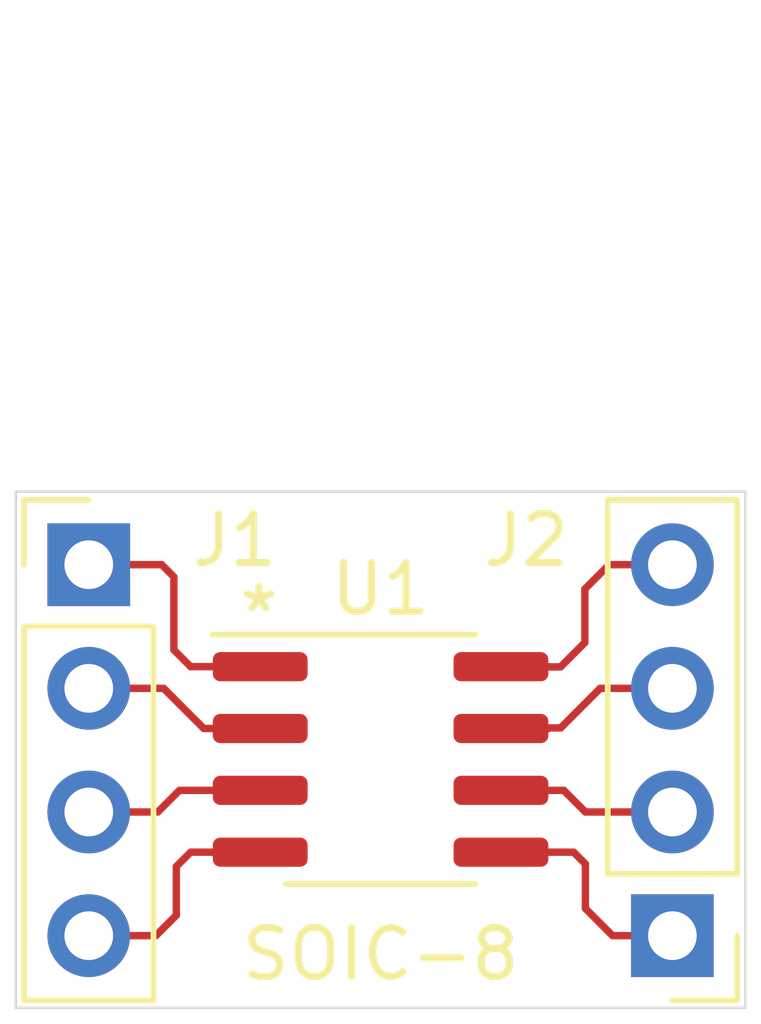
<source format=kicad_pcb>
(kicad_pcb (version 20171130) (host pcbnew "(5.1.5)-3")

  (general
    (thickness 1.6)
    (drawings 9)
    (tracks 36)
    (zones 0)
    (modules 3)
    (nets 9)
  )

  (page A4)
  (layers
    (0 F.Cu signal)
    (31 B.Cu signal)
    (32 B.Adhes user)
    (33 F.Adhes user)
    (34 B.Paste user)
    (35 F.Paste user)
    (36 B.SilkS user)
    (37 F.SilkS user)
    (38 B.Mask user)
    (39 F.Mask user)
    (40 Dwgs.User user)
    (41 Cmts.User user)
    (42 Eco1.User user)
    (43 Eco2.User user)
    (44 Edge.Cuts user)
    (45 Margin user)
    (46 B.CrtYd user)
    (47 F.CrtYd user)
    (48 B.Fab user)
    (49 F.Fab user hide)
  )

  (setup
    (last_trace_width 0.1524)
    (trace_clearance 0.1524)
    (zone_clearance 0.508)
    (zone_45_only no)
    (trace_min 0.1524)
    (via_size 0.6)
    (via_drill 0.3)
    (via_min_size 0.6)
    (via_min_drill 0.3)
    (uvia_size 0.3)
    (uvia_drill 0.1)
    (uvias_allowed no)
    (uvia_min_size 0.2)
    (uvia_min_drill 0.1)
    (edge_width 0.05)
    (segment_width 0.2)
    (pcb_text_width 0.3)
    (pcb_text_size 1.5 1.5)
    (mod_edge_width 0.12)
    (mod_text_size 1 1)
    (mod_text_width 0.15)
    (pad_size 1.524 1.524)
    (pad_drill 0.762)
    (pad_to_mask_clearance 0.051)
    (solder_mask_min_width 0.25)
    (aux_axis_origin 0 0)
    (visible_elements 7FFDFFFF)
    (pcbplotparams
      (layerselection 0x010f0_ffffffff)
      (usegerberextensions true)
      (usegerberattributes false)
      (usegerberadvancedattributes false)
      (creategerberjobfile false)
      (excludeedgelayer true)
      (linewidth 0.100000)
      (plotframeref false)
      (viasonmask false)
      (mode 1)
      (useauxorigin true)
      (hpglpennumber 1)
      (hpglpenspeed 20)
      (hpglpendiameter 15.000000)
      (psnegative false)
      (psa4output false)
      (plotreference true)
      (plotvalue false)
      (plotinvisibletext false)
      (padsonsilk false)
      (subtractmaskfromsilk false)
      (outputformat 1)
      (mirror false)
      (drillshape 0)
      (scaleselection 1)
      (outputdirectory "p8/"))
  )

  (net 0 "")
  (net 1 /8-4)
  (net 2 /8-3)
  (net 3 /8-2)
  (net 4 /8-1)
  (net 5 /8-8)
  (net 6 /8-7)
  (net 7 /8-6)
  (net 8 /8-5)

  (net_class Default "This is the default net class."
    (clearance 0.1524)
    (trace_width 0.1524)
    (via_dia 0.6)
    (via_drill 0.3)
    (uvia_dia 0.3)
    (uvia_drill 0.1)
    (add_net /8-1)
    (add_net /8-2)
    (add_net /8-3)
    (add_net /8-4)
    (add_net /8-5)
    (add_net /8-6)
    (add_net /8-7)
    (add_net /8-8)
  )

  (module Package_SO:SOIC-8_3.9x4.9mm_P1.27mm (layer F.Cu) (tedit 5D9F72B1) (tstamp 5F2A6852)
    (at 91.3 78.7)
    (descr "SOIC, 8 Pin (JEDEC MS-012AA, https://www.analog.com/media/en/package-pcb-resources/package/pkg_pdf/soic_narrow-r/r_8.pdf), generated with kicad-footprint-generator ipc_gullwing_generator.py")
    (tags "SOIC SO")
    (path /5F2DABDD)
    (attr smd)
    (fp_text reference U1 (at 0 -3.5) (layer F.SilkS)
      (effects (font (size 1 1) (thickness 0.15)))
    )
    (fp_text value SOIC-8 (at 0 3.4) (layer F.Fab)
      (effects (font (size 1 1) (thickness 0.15)))
    )
    (fp_text user %R (at 0 0) (layer F.Fab)
      (effects (font (size 0.98 0.98) (thickness 0.15)))
    )
    (fp_line (start 3.7 -2.7) (end -3.7 -2.7) (layer F.CrtYd) (width 0.05))
    (fp_line (start 3.7 2.7) (end 3.7 -2.7) (layer F.CrtYd) (width 0.05))
    (fp_line (start -3.7 2.7) (end 3.7 2.7) (layer F.CrtYd) (width 0.05))
    (fp_line (start -3.7 -2.7) (end -3.7 2.7) (layer F.CrtYd) (width 0.05))
    (fp_line (start -1.95 -1.475) (end -0.975 -2.45) (layer F.Fab) (width 0.1))
    (fp_line (start -1.95 2.45) (end -1.95 -1.475) (layer F.Fab) (width 0.1))
    (fp_line (start 1.95 2.45) (end -1.95 2.45) (layer F.Fab) (width 0.1))
    (fp_line (start 1.95 -2.45) (end 1.95 2.45) (layer F.Fab) (width 0.1))
    (fp_line (start -0.975 -2.45) (end 1.95 -2.45) (layer F.Fab) (width 0.1))
    (fp_line (start 0 -2.56) (end -3.45 -2.56) (layer F.SilkS) (width 0.12))
    (fp_line (start 0 -2.56) (end 1.95 -2.56) (layer F.SilkS) (width 0.12))
    (fp_line (start 0 2.56) (end -1.95 2.56) (layer F.SilkS) (width 0.12))
    (fp_line (start 0 2.56) (end 1.95 2.56) (layer F.SilkS) (width 0.12))
    (pad 8 smd roundrect (at 2.475 -1.905) (size 1.95 0.6) (layers F.Cu F.Paste F.Mask) (roundrect_rratio 0.25)
      (net 5 /8-8))
    (pad 7 smd roundrect (at 2.475 -0.635) (size 1.95 0.6) (layers F.Cu F.Paste F.Mask) (roundrect_rratio 0.25)
      (net 6 /8-7))
    (pad 6 smd roundrect (at 2.475 0.635) (size 1.95 0.6) (layers F.Cu F.Paste F.Mask) (roundrect_rratio 0.25)
      (net 7 /8-6))
    (pad 5 smd roundrect (at 2.475 1.905) (size 1.95 0.6) (layers F.Cu F.Paste F.Mask) (roundrect_rratio 0.25)
      (net 8 /8-5))
    (pad 4 smd roundrect (at -2.475 1.905) (size 1.95 0.6) (layers F.Cu F.Paste F.Mask) (roundrect_rratio 0.25)
      (net 1 /8-4))
    (pad 3 smd roundrect (at -2.475 0.635) (size 1.95 0.6) (layers F.Cu F.Paste F.Mask) (roundrect_rratio 0.25)
      (net 2 /8-3))
    (pad 2 smd roundrect (at -2.475 -0.635) (size 1.95 0.6) (layers F.Cu F.Paste F.Mask) (roundrect_rratio 0.25)
      (net 3 /8-2))
    (pad 1 smd roundrect (at -2.475 -1.905) (size 1.95 0.6) (layers F.Cu F.Paste F.Mask) (roundrect_rratio 0.25)
      (net 4 /8-1))
    (model ${KISYS3DMOD}/Package_SO.3dshapes/SOIC-8_3.9x4.9mm_P1.27mm.wrl
      (at (xyz 0 0 0))
      (scale (xyz 1 1 1))
      (rotate (xyz 0 0 0))
    )
  )

  (module Connector_PinHeader_2.54mm:PinHeader_1x04_P2.54mm_Vertical (layer F.Cu) (tedit 59FED5CC) (tstamp 5F2A6CC2)
    (at 85.3 74.7)
    (descr "Through hole straight pin header, 1x04, 2.54mm pitch, single row")
    (tags "Through hole pin header THT 1x04 2.54mm single row")
    (path /5F2DC074)
    (fp_text reference J1 (at 3 -0.5) (layer F.SilkS)
      (effects (font (size 1 1) (thickness 0.15)))
    )
    (fp_text value SOIC-8-Left (at 0 9.95) (layer F.Fab)
      (effects (font (size 1 1) (thickness 0.15)))
    )
    (fp_text user %R (at 0 3.81 90) (layer F.Fab)
      (effects (font (size 1 1) (thickness 0.15)))
    )
    (fp_line (start 1.8 -1.8) (end -1.8 -1.8) (layer F.CrtYd) (width 0.05))
    (fp_line (start 1.8 9.4) (end 1.8 -1.8) (layer F.CrtYd) (width 0.05))
    (fp_line (start -1.8 9.4) (end 1.8 9.4) (layer F.CrtYd) (width 0.05))
    (fp_line (start -1.8 -1.8) (end -1.8 9.4) (layer F.CrtYd) (width 0.05))
    (fp_line (start -1.33 -1.33) (end 0 -1.33) (layer F.SilkS) (width 0.12))
    (fp_line (start -1.33 0) (end -1.33 -1.33) (layer F.SilkS) (width 0.12))
    (fp_line (start -1.33 1.27) (end 1.33 1.27) (layer F.SilkS) (width 0.12))
    (fp_line (start 1.33 1.27) (end 1.33 8.95) (layer F.SilkS) (width 0.12))
    (fp_line (start -1.33 1.27) (end -1.33 8.95) (layer F.SilkS) (width 0.12))
    (fp_line (start -1.33 8.95) (end 1.33 8.95) (layer F.SilkS) (width 0.12))
    (fp_line (start -1.27 -0.635) (end -0.635 -1.27) (layer F.Fab) (width 0.1))
    (fp_line (start -1.27 8.89) (end -1.27 -0.635) (layer F.Fab) (width 0.1))
    (fp_line (start 1.27 8.89) (end -1.27 8.89) (layer F.Fab) (width 0.1))
    (fp_line (start 1.27 -1.27) (end 1.27 8.89) (layer F.Fab) (width 0.1))
    (fp_line (start -0.635 -1.27) (end 1.27 -1.27) (layer F.Fab) (width 0.1))
    (pad 4 thru_hole oval (at 0 7.62) (size 1.7 1.7) (drill 1) (layers *.Cu *.Mask)
      (net 1 /8-4))
    (pad 3 thru_hole oval (at 0 5.08) (size 1.7 1.7) (drill 1) (layers *.Cu *.Mask)
      (net 2 /8-3))
    (pad 2 thru_hole oval (at 0 2.54) (size 1.7 1.7) (drill 1) (layers *.Cu *.Mask)
      (net 3 /8-2))
    (pad 1 thru_hole rect (at 0 0) (size 1.7 1.7) (drill 1) (layers *.Cu *.Mask)
      (net 4 /8-1))
    (model ${KISYS3DMOD}/Connector_PinHeader_2.54mm.3dshapes/PinHeader_1x04_P2.54mm_Vertical.wrl
      (at (xyz 0 0 0))
      (scale (xyz 1 1 1))
      (rotate (xyz 0 0 0))
    )
  )

  (module Connector_PinHeader_2.54mm:PinHeader_1x04_P2.54mm_Vertical (layer F.Cu) (tedit 59FED5CC) (tstamp 5F2A6838)
    (at 97.3 82.32 180)
    (descr "Through hole straight pin header, 1x04, 2.54mm pitch, single row")
    (tags "Through hole pin header THT 1x04 2.54mm single row")
    (path /5F2E04E4)
    (fp_text reference J2 (at 3 8.12) (layer F.SilkS)
      (effects (font (size 1 1) (thickness 0.15)))
    )
    (fp_text value SOIC-8-Right (at 0 9.95) (layer F.Fab)
      (effects (font (size 1 1) (thickness 0.15)))
    )
    (fp_text user %R (at 0 3.81 90) (layer F.Fab)
      (effects (font (size 1 1) (thickness 0.15)))
    )
    (fp_line (start 1.8 -1.8) (end -1.8 -1.8) (layer F.CrtYd) (width 0.05))
    (fp_line (start 1.8 9.4) (end 1.8 -1.8) (layer F.CrtYd) (width 0.05))
    (fp_line (start -1.8 9.4) (end 1.8 9.4) (layer F.CrtYd) (width 0.05))
    (fp_line (start -1.8 -1.8) (end -1.8 9.4) (layer F.CrtYd) (width 0.05))
    (fp_line (start -1.33 -1.33) (end 0 -1.33) (layer F.SilkS) (width 0.12))
    (fp_line (start -1.33 0) (end -1.33 -1.33) (layer F.SilkS) (width 0.12))
    (fp_line (start -1.33 1.27) (end 1.33 1.27) (layer F.SilkS) (width 0.12))
    (fp_line (start 1.33 1.27) (end 1.33 8.95) (layer F.SilkS) (width 0.12))
    (fp_line (start -1.33 1.27) (end -1.33 8.95) (layer F.SilkS) (width 0.12))
    (fp_line (start -1.33 8.95) (end 1.33 8.95) (layer F.SilkS) (width 0.12))
    (fp_line (start -1.27 -0.635) (end -0.635 -1.27) (layer F.Fab) (width 0.1))
    (fp_line (start -1.27 8.89) (end -1.27 -0.635) (layer F.Fab) (width 0.1))
    (fp_line (start 1.27 8.89) (end -1.27 8.89) (layer F.Fab) (width 0.1))
    (fp_line (start 1.27 -1.27) (end 1.27 8.89) (layer F.Fab) (width 0.1))
    (fp_line (start -0.635 -1.27) (end 1.27 -1.27) (layer F.Fab) (width 0.1))
    (pad 4 thru_hole oval (at 0 7.62 180) (size 1.7 1.7) (drill 1) (layers *.Cu *.Mask)
      (net 5 /8-8))
    (pad 3 thru_hole oval (at 0 5.08 180) (size 1.7 1.7) (drill 1) (layers *.Cu *.Mask)
      (net 6 /8-7))
    (pad 2 thru_hole oval (at 0 2.54 180) (size 1.7 1.7) (drill 1) (layers *.Cu *.Mask)
      (net 7 /8-6))
    (pad 1 thru_hole rect (at 0 0 180) (size 1.7 1.7) (drill 1) (layers *.Cu *.Mask)
      (net 8 /8-5))
    (model ${KISYS3DMOD}/Connector_PinHeader_2.54mm.3dshapes/PinHeader_1x04_P2.54mm_Vertical.wrl
      (at (xyz 0 0 0))
      (scale (xyz 1 1 1))
      (rotate (xyz 0 0 0))
    )
  )

  (gr_text SOIC-8 (at 91.3 82.7) (layer F.SilkS)
    (effects (font (size 1 1) (thickness 0.15)))
  )
  (dimension 15 (width 0.15) (layer Eco1.User)
    (gr_text "15.000 mm" (at 91.3 63.8) (layer Eco1.User)
      (effects (font (size 1 1) (thickness 0.15)))
    )
    (feature1 (pts (xy 98.8 73.2) (xy 98.8 64.513579)))
    (feature2 (pts (xy 83.8 73.2) (xy 83.8 64.513579)))
    (crossbar (pts (xy 83.8 65.1) (xy 98.8 65.1)))
    (arrow1a (pts (xy 98.8 65.1) (xy 97.673496 65.686421)))
    (arrow1b (pts (xy 98.8 65.1) (xy 97.673496 64.513579)))
    (arrow2a (pts (xy 83.8 65.1) (xy 84.926504 65.686421)))
    (arrow2b (pts (xy 83.8 65.1) (xy 84.926504 64.513579)))
  )
  (gr_text 8 (at 91.3 66.7) (layer Eco1.User)
    (effects (font (size 1 1) (thickness 0.15)))
  )
  (gr_text * (at 88.8 75.7) (layer F.SilkS)
    (effects (font (size 1 1) (thickness 0.15)))
  )
  (gr_line (start 83.8 83.8) (end 83.8 73.2) (layer Edge.Cuts) (width 0.05) (tstamp 5F2B4501))
  (gr_line (start 98.8 73.2) (end 98.8 83.8) (layer Edge.Cuts) (width 0.05))
  (dimension 12 (width 0.15) (layer Eco1.User)
    (gr_text "12.000 mm" (at 91.3 69.4) (layer Eco1.User)
      (effects (font (size 1 1) (thickness 0.15)))
    )
    (feature1 (pts (xy 97.3 74.7) (xy 97.3 70.113579)))
    (feature2 (pts (xy 85.3 74.7) (xy 85.3 70.113579)))
    (crossbar (pts (xy 85.3 70.7) (xy 97.3 70.7)))
    (arrow1a (pts (xy 97.3 70.7) (xy 96.173496 71.286421)))
    (arrow1b (pts (xy 97.3 70.7) (xy 96.173496 70.113579)))
    (arrow2a (pts (xy 85.3 70.7) (xy 86.426504 71.286421)))
    (arrow2b (pts (xy 85.3 70.7) (xy 86.426504 70.113579)))
  )
  (gr_line (start 83.8 73.2) (end 98.8 73.2) (layer Edge.Cuts) (width 0.05))
  (gr_line (start 98.8 83.8) (end 83.8 83.8) (layer Edge.Cuts) (width 0.05))

  (segment (start 87.1 81.9) (end 86.68 82.32) (width 0.1524) (layer F.Cu) (net 1))
  (segment (start 88.825 80.605) (end 87.395 80.605) (width 0.1524) (layer F.Cu) (net 1))
  (segment (start 87.395 80.605) (end 87.1 80.9) (width 0.1524) (layer F.Cu) (net 1))
  (segment (start 86.68 82.32) (end 85.3 82.32) (width 0.1524) (layer F.Cu) (net 1))
  (segment (start 87.1 80.9) (end 87.1 81.9) (width 0.1524) (layer F.Cu) (net 1))
  (segment (start 87.165 79.335) (end 86.72 79.78) (width 0.1524) (layer F.Cu) (net 2))
  (segment (start 88.825 79.335) (end 87.165 79.335) (width 0.1524) (layer F.Cu) (net 2))
  (segment (start 86.72 79.78) (end 85.3 79.78) (width 0.1524) (layer F.Cu) (net 2))
  (segment (start 87.665 78.065) (end 86.84 77.24) (width 0.1524) (layer F.Cu) (net 3))
  (segment (start 88.825 78.065) (end 87.665 78.065) (width 0.1524) (layer F.Cu) (net 3))
  (segment (start 86.84 77.24) (end 85.3 77.24) (width 0.1524) (layer F.Cu) (net 3))
  (segment (start 87.05 76.45) (end 87.05 74.95) (width 0.1524) (layer F.Cu) (net 4))
  (segment (start 88.825 76.795) (end 87.395 76.795) (width 0.1524) (layer F.Cu) (net 4))
  (segment (start 87.05 74.95) (end 86.8 74.7) (width 0.1524) (layer F.Cu) (net 4))
  (segment (start 86.8 74.7) (end 85.3 74.7) (width 0.1524) (layer F.Cu) (net 4))
  (segment (start 87.395 76.795) (end 87.05 76.45) (width 0.1524) (layer F.Cu) (net 4))
  (segment (start 95.5 76.3) (end 95.5 75.2) (width 0.1524) (layer F.Cu) (net 5))
  (segment (start 94.755 76.8) (end 95 76.8) (width 0.1524) (layer F.Cu) (net 5))
  (segment (start 93.775 76.795) (end 94.75 76.795) (width 0.1524) (layer F.Cu) (net 5))
  (segment (start 95 76.8) (end 95.5 76.3) (width 0.1524) (layer F.Cu) (net 5))
  (segment (start 96 74.7) (end 97.3 74.7) (width 0.1524) (layer F.Cu) (net 5))
  (segment (start 94.75 76.795) (end 94.755 76.8) (width 0.1524) (layer F.Cu) (net 5))
  (segment (start 95.5 75.2) (end 96 74.7) (width 0.1524) (layer F.Cu) (net 5))
  (segment (start 93.775 78.065) (end 94.75 78.065) (width 0.1524) (layer F.Cu) (net 6))
  (segment (start 95.8156 77.24) (end 97.3 77.24) (width 0.1524) (layer F.Cu) (net 6))
  (segment (start 94.75 78.065) (end 94.7622 78.0528) (width 0.1524) (layer F.Cu) (net 6))
  (segment (start 94.7622 78.0528) (end 95.0028 78.0528) (width 0.1524) (layer F.Cu) (net 6))
  (segment (start 95.0028 78.0528) (end 95.8156 77.24) (width 0.1524) (layer F.Cu) (net 6))
  (segment (start 95.0658 79.335) (end 95.5108 79.78) (width 0.1524) (layer F.Cu) (net 7))
  (segment (start 95.5108 79.78) (end 97.3 79.78) (width 0.1524) (layer F.Cu) (net 7))
  (segment (start 93.775 79.335) (end 95.0658 79.335) (width 0.1524) (layer F.Cu) (net 7))
  (segment (start 95.269 80.605) (end 95.5108 80.8468) (width 0.1524) (layer F.Cu) (net 8))
  (segment (start 93.775 80.605) (end 95.269 80.605) (width 0.1524) (layer F.Cu) (net 8))
  (segment (start 95.5108 80.8468) (end 95.5108 81.7612) (width 0.1524) (layer F.Cu) (net 8))
  (segment (start 96.0696 82.32) (end 97.3 82.32) (width 0.1524) (layer F.Cu) (net 8))
  (segment (start 95.5108 81.7612) (end 96.0696 82.32) (width 0.1524) (layer F.Cu) (net 8))

)

</source>
